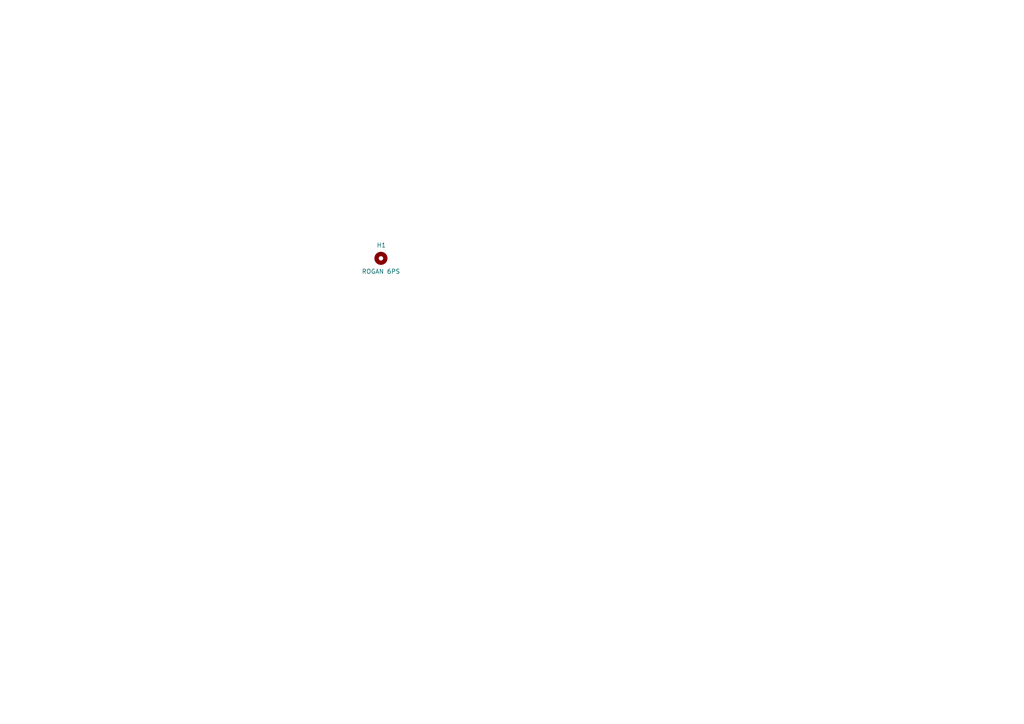
<source format=kicad_sch>
(kicad_sch (version 20211123) (generator eeschema)
  (paper "A4")
  (lib_symbols
    (symbol "Mechanical:MountingHole" (pin_names (offset 1.016))
      (property "Reference" "H" (at 0 5.08 0))
      (property "Value" "MountingHole" (at 0 3.175 0))
      (symbol "MountingHole_0_1"
        (circle (center 0 0) (radius 1.27) (stroke (width 1.27)))
      )
    )
  )
  (symbol (lib_id "Mechanical:MountingHole") (at 110.49 74.93 90) (mirror x) (unit 1)
    (property "Reference" "H1" (at 109.22 71.12 90) (effects (justify right)))
    (property "Value" "ROGAN 6PS" (at 110.49 78.74 90))
    (property "Footprint" "Empty:Empty" (effects hide))
    (property "Device" "Knob" (effects hide))
    (property "Description" "Rogan 6PS - X-Large Pointer - D Shaft" (effects hide))
    (property "IPN" "ROGAN-6PS" (effects hide))
    (property "Mounting" "Manual" (effects hide))
  )
)
</source>
